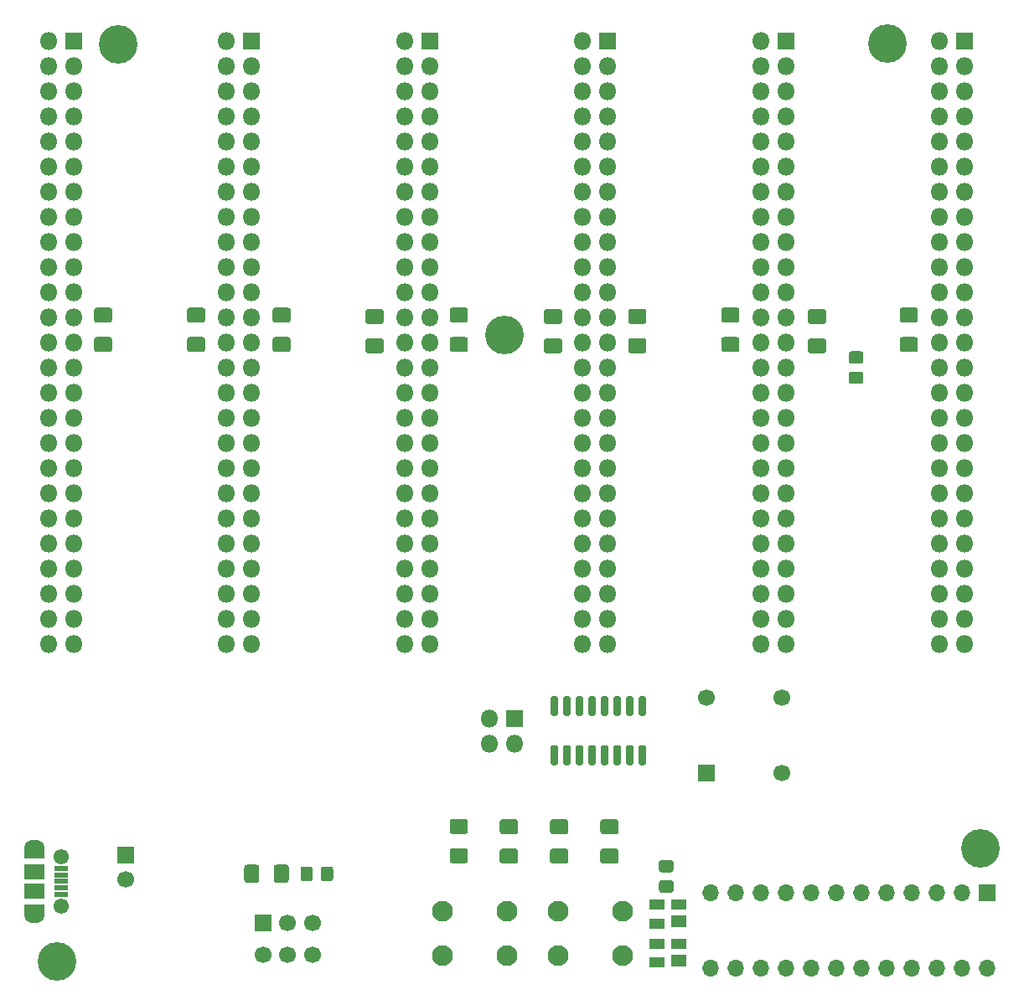
<source format=gbr>
G04 #@! TF.GenerationSoftware,KiCad,Pcbnew,(5.1.6-0-10_14)*
G04 #@! TF.CreationDate,2021-01-13T00:46:53+01:00*
G04 #@! TF.ProjectId,backplane,6261636b-706c-4616-9e65-2e6b69636164,rev?*
G04 #@! TF.SameCoordinates,Original*
G04 #@! TF.FileFunction,Soldermask,Top*
G04 #@! TF.FilePolarity,Negative*
%FSLAX46Y46*%
G04 Gerber Fmt 4.6, Leading zero omitted, Abs format (unit mm)*
G04 Created by KiCad (PCBNEW (5.1.6-0-10_14)) date 2021-01-13 00:46:53*
%MOMM*%
%LPD*%
G01*
G04 APERTURE LIST*
%ADD10O,1.800000X1.800000*%
%ADD11R,1.800000X1.800000*%
%ADD12C,1.700000*%
%ADD13R,1.700000X1.700000*%
%ADD14R,2.000000X1.300000*%
%ADD15O,2.000000X1.300000*%
%ADD16R,2.000000X1.600000*%
%ADD17C,1.550000*%
%ADD18R,1.450000X0.500000*%
%ADD19O,1.700000X1.700000*%
%ADD20C,3.900000*%
%ADD21C,2.100000*%
%ADD22R,1.500000X1.100000*%
%ADD23R,1.500000X1.300000*%
G04 APERTURE END LIST*
D10*
G04 #@! TO.C,J2*
X47434500Y-74485500D03*
X47434500Y-71945500D03*
X49974500Y-74485500D03*
D11*
X49974500Y-71945500D03*
G04 #@! TD*
G04 #@! TO.C,U1*
G36*
G01*
X54150000Y-71702000D02*
X53800000Y-71702000D01*
G75*
G02*
X53625000Y-71527000I0J175000D01*
G01*
X53625000Y-69827000D01*
G75*
G02*
X53800000Y-69652000I175000J0D01*
G01*
X54150000Y-69652000D01*
G75*
G02*
X54325000Y-69827000I0J-175000D01*
G01*
X54325000Y-71527000D01*
G75*
G02*
X54150000Y-71702000I-175000J0D01*
G01*
G37*
G36*
G01*
X55420000Y-71702000D02*
X55070000Y-71702000D01*
G75*
G02*
X54895000Y-71527000I0J175000D01*
G01*
X54895000Y-69827000D01*
G75*
G02*
X55070000Y-69652000I175000J0D01*
G01*
X55420000Y-69652000D01*
G75*
G02*
X55595000Y-69827000I0J-175000D01*
G01*
X55595000Y-71527000D01*
G75*
G02*
X55420000Y-71702000I-175000J0D01*
G01*
G37*
G36*
G01*
X56690000Y-71702000D02*
X56340000Y-71702000D01*
G75*
G02*
X56165000Y-71527000I0J175000D01*
G01*
X56165000Y-69827000D01*
G75*
G02*
X56340000Y-69652000I175000J0D01*
G01*
X56690000Y-69652000D01*
G75*
G02*
X56865000Y-69827000I0J-175000D01*
G01*
X56865000Y-71527000D01*
G75*
G02*
X56690000Y-71702000I-175000J0D01*
G01*
G37*
G36*
G01*
X57960000Y-71702000D02*
X57610000Y-71702000D01*
G75*
G02*
X57435000Y-71527000I0J175000D01*
G01*
X57435000Y-69827000D01*
G75*
G02*
X57610000Y-69652000I175000J0D01*
G01*
X57960000Y-69652000D01*
G75*
G02*
X58135000Y-69827000I0J-175000D01*
G01*
X58135000Y-71527000D01*
G75*
G02*
X57960000Y-71702000I-175000J0D01*
G01*
G37*
G36*
G01*
X59230000Y-71702000D02*
X58880000Y-71702000D01*
G75*
G02*
X58705000Y-71527000I0J175000D01*
G01*
X58705000Y-69827000D01*
G75*
G02*
X58880000Y-69652000I175000J0D01*
G01*
X59230000Y-69652000D01*
G75*
G02*
X59405000Y-69827000I0J-175000D01*
G01*
X59405000Y-71527000D01*
G75*
G02*
X59230000Y-71702000I-175000J0D01*
G01*
G37*
G36*
G01*
X60500000Y-71702000D02*
X60150000Y-71702000D01*
G75*
G02*
X59975000Y-71527000I0J175000D01*
G01*
X59975000Y-69827000D01*
G75*
G02*
X60150000Y-69652000I175000J0D01*
G01*
X60500000Y-69652000D01*
G75*
G02*
X60675000Y-69827000I0J-175000D01*
G01*
X60675000Y-71527000D01*
G75*
G02*
X60500000Y-71702000I-175000J0D01*
G01*
G37*
G36*
G01*
X61770000Y-71702000D02*
X61420000Y-71702000D01*
G75*
G02*
X61245000Y-71527000I0J175000D01*
G01*
X61245000Y-69827000D01*
G75*
G02*
X61420000Y-69652000I175000J0D01*
G01*
X61770000Y-69652000D01*
G75*
G02*
X61945000Y-69827000I0J-175000D01*
G01*
X61945000Y-71527000D01*
G75*
G02*
X61770000Y-71702000I-175000J0D01*
G01*
G37*
G36*
G01*
X63040000Y-71702000D02*
X62690000Y-71702000D01*
G75*
G02*
X62515000Y-71527000I0J175000D01*
G01*
X62515000Y-69827000D01*
G75*
G02*
X62690000Y-69652000I175000J0D01*
G01*
X63040000Y-69652000D01*
G75*
G02*
X63215000Y-69827000I0J-175000D01*
G01*
X63215000Y-71527000D01*
G75*
G02*
X63040000Y-71702000I-175000J0D01*
G01*
G37*
G36*
G01*
X63040000Y-76652000D02*
X62690000Y-76652000D01*
G75*
G02*
X62515000Y-76477000I0J175000D01*
G01*
X62515000Y-74777000D01*
G75*
G02*
X62690000Y-74602000I175000J0D01*
G01*
X63040000Y-74602000D01*
G75*
G02*
X63215000Y-74777000I0J-175000D01*
G01*
X63215000Y-76477000D01*
G75*
G02*
X63040000Y-76652000I-175000J0D01*
G01*
G37*
G36*
G01*
X61770000Y-76652000D02*
X61420000Y-76652000D01*
G75*
G02*
X61245000Y-76477000I0J175000D01*
G01*
X61245000Y-74777000D01*
G75*
G02*
X61420000Y-74602000I175000J0D01*
G01*
X61770000Y-74602000D01*
G75*
G02*
X61945000Y-74777000I0J-175000D01*
G01*
X61945000Y-76477000D01*
G75*
G02*
X61770000Y-76652000I-175000J0D01*
G01*
G37*
G36*
G01*
X60500000Y-76652000D02*
X60150000Y-76652000D01*
G75*
G02*
X59975000Y-76477000I0J175000D01*
G01*
X59975000Y-74777000D01*
G75*
G02*
X60150000Y-74602000I175000J0D01*
G01*
X60500000Y-74602000D01*
G75*
G02*
X60675000Y-74777000I0J-175000D01*
G01*
X60675000Y-76477000D01*
G75*
G02*
X60500000Y-76652000I-175000J0D01*
G01*
G37*
G36*
G01*
X59230000Y-76652000D02*
X58880000Y-76652000D01*
G75*
G02*
X58705000Y-76477000I0J175000D01*
G01*
X58705000Y-74777000D01*
G75*
G02*
X58880000Y-74602000I175000J0D01*
G01*
X59230000Y-74602000D01*
G75*
G02*
X59405000Y-74777000I0J-175000D01*
G01*
X59405000Y-76477000D01*
G75*
G02*
X59230000Y-76652000I-175000J0D01*
G01*
G37*
G36*
G01*
X57960000Y-76652000D02*
X57610000Y-76652000D01*
G75*
G02*
X57435000Y-76477000I0J175000D01*
G01*
X57435000Y-74777000D01*
G75*
G02*
X57610000Y-74602000I175000J0D01*
G01*
X57960000Y-74602000D01*
G75*
G02*
X58135000Y-74777000I0J-175000D01*
G01*
X58135000Y-76477000D01*
G75*
G02*
X57960000Y-76652000I-175000J0D01*
G01*
G37*
G36*
G01*
X56690000Y-76652000D02*
X56340000Y-76652000D01*
G75*
G02*
X56165000Y-76477000I0J175000D01*
G01*
X56165000Y-74777000D01*
G75*
G02*
X56340000Y-74602000I175000J0D01*
G01*
X56690000Y-74602000D01*
G75*
G02*
X56865000Y-74777000I0J-175000D01*
G01*
X56865000Y-76477000D01*
G75*
G02*
X56690000Y-76652000I-175000J0D01*
G01*
G37*
G36*
G01*
X55420000Y-76652000D02*
X55070000Y-76652000D01*
G75*
G02*
X54895000Y-76477000I0J175000D01*
G01*
X54895000Y-74777000D01*
G75*
G02*
X55070000Y-74602000I175000J0D01*
G01*
X55420000Y-74602000D01*
G75*
G02*
X55595000Y-74777000I0J-175000D01*
G01*
X55595000Y-76477000D01*
G75*
G02*
X55420000Y-76652000I-175000J0D01*
G01*
G37*
G36*
G01*
X54150000Y-76652000D02*
X53800000Y-76652000D01*
G75*
G02*
X53625000Y-76477000I0J175000D01*
G01*
X53625000Y-74777000D01*
G75*
G02*
X53800000Y-74602000I175000J0D01*
G01*
X54150000Y-74602000D01*
G75*
G02*
X54325000Y-74777000I0J-175000D01*
G01*
X54325000Y-76477000D01*
G75*
G02*
X54150000Y-76652000I-175000J0D01*
G01*
G37*
G04 #@! TD*
G04 #@! TO.C,R16*
G36*
G01*
X64799738Y-88284000D02*
X65756262Y-88284000D01*
G75*
G02*
X66028000Y-88555738I0J-271738D01*
G01*
X66028000Y-89262262D01*
G75*
G02*
X65756262Y-89534000I-271738J0D01*
G01*
X64799738Y-89534000D01*
G75*
G02*
X64528000Y-89262262I0J271738D01*
G01*
X64528000Y-88555738D01*
G75*
G02*
X64799738Y-88284000I271738J0D01*
G01*
G37*
G36*
G01*
X64799738Y-86234000D02*
X65756262Y-86234000D01*
G75*
G02*
X66028000Y-86505738I0J-271738D01*
G01*
X66028000Y-87212262D01*
G75*
G02*
X65756262Y-87484000I-271738J0D01*
G01*
X64799738Y-87484000D01*
G75*
G02*
X64528000Y-87212262I0J271738D01*
G01*
X64528000Y-86505738D01*
G75*
G02*
X64799738Y-86234000I271738J0D01*
G01*
G37*
G04 #@! TD*
G04 #@! TO.C,R15*
G36*
G01*
X83976738Y-36849000D02*
X84933262Y-36849000D01*
G75*
G02*
X85205000Y-37120738I0J-271738D01*
G01*
X85205000Y-37827262D01*
G75*
G02*
X84933262Y-38099000I-271738J0D01*
G01*
X83976738Y-38099000D01*
G75*
G02*
X83705000Y-37827262I0J271738D01*
G01*
X83705000Y-37120738D01*
G75*
G02*
X83976738Y-36849000I271738J0D01*
G01*
G37*
G36*
G01*
X83976738Y-34799000D02*
X84933262Y-34799000D01*
G75*
G02*
X85205000Y-35070738I0J-271738D01*
G01*
X85205000Y-35777262D01*
G75*
G02*
X84933262Y-36049000I-271738J0D01*
G01*
X83976738Y-36049000D01*
G75*
G02*
X83705000Y-35777262I0J271738D01*
G01*
X83705000Y-35070738D01*
G75*
G02*
X83976738Y-34799000I271738J0D01*
G01*
G37*
G04 #@! TD*
D12*
G04 #@! TO.C,X1*
X76962000Y-77470000D03*
X76962000Y-69850000D03*
X69342000Y-69850000D03*
D13*
X69342000Y-77470000D03*
G04 #@! TD*
D14*
G04 #@! TO.C,J1*
X1429500Y-85492000D03*
X1429500Y-91292000D03*
D15*
X1429500Y-91892000D03*
X1429500Y-84892000D03*
D16*
X1429500Y-87392000D03*
D17*
X4129500Y-90892000D03*
D18*
X4129500Y-88392000D03*
X4129500Y-89042000D03*
X4129500Y-89692000D03*
X4129500Y-87092000D03*
X4129500Y-87742000D03*
D17*
X4129500Y-85892000D03*
D16*
X1429500Y-89392000D03*
G04 #@! TD*
G04 #@! TO.C,C3*
G36*
G01*
X79860544Y-33491000D02*
X81175456Y-33491000D01*
G75*
G02*
X81443000Y-33758544I0J-267544D01*
G01*
X81443000Y-34748456D01*
G75*
G02*
X81175456Y-35016000I-267544J0D01*
G01*
X79860544Y-35016000D01*
G75*
G02*
X79593000Y-34748456I0J267544D01*
G01*
X79593000Y-33758544D01*
G75*
G02*
X79860544Y-33491000I267544J0D01*
G01*
G37*
G36*
G01*
X79860544Y-30516000D02*
X81175456Y-30516000D01*
G75*
G02*
X81443000Y-30783544I0J-267544D01*
G01*
X81443000Y-31773456D01*
G75*
G02*
X81175456Y-32041000I-267544J0D01*
G01*
X79860544Y-32041000D01*
G75*
G02*
X79593000Y-31773456I0J267544D01*
G01*
X79593000Y-30783544D01*
G75*
G02*
X79860544Y-30516000I267544J0D01*
G01*
G37*
G04 #@! TD*
D19*
G04 #@! TO.C,U4*
X97663000Y-97155000D03*
X69723000Y-89535000D03*
X95123000Y-97155000D03*
X72263000Y-89535000D03*
X92583000Y-97155000D03*
X74803000Y-89535000D03*
X90043000Y-97155000D03*
X77343000Y-89535000D03*
X87503000Y-97155000D03*
X79883000Y-89535000D03*
X84963000Y-97155000D03*
X82423000Y-89535000D03*
X82423000Y-97155000D03*
X84963000Y-89535000D03*
X79883000Y-97155000D03*
X87503000Y-89535000D03*
X77343000Y-97155000D03*
X90043000Y-89535000D03*
X74803000Y-97155000D03*
X92583000Y-89535000D03*
X72263000Y-97155000D03*
X95123000Y-89535000D03*
X69723000Y-97155000D03*
D13*
X97663000Y-89535000D03*
G04 #@! TD*
G04 #@! TO.C,LED4*
G36*
G01*
X60195056Y-83628400D02*
X58880144Y-83628400D01*
G75*
G02*
X58612600Y-83360856I0J267544D01*
G01*
X58612600Y-82370944D01*
G75*
G02*
X58880144Y-82103400I267544J0D01*
G01*
X60195056Y-82103400D01*
G75*
G02*
X60462600Y-82370944I0J-267544D01*
G01*
X60462600Y-83360856D01*
G75*
G02*
X60195056Y-83628400I-267544J0D01*
G01*
G37*
G36*
G01*
X60195056Y-86603400D02*
X58880144Y-86603400D01*
G75*
G02*
X58612600Y-86335856I0J267544D01*
G01*
X58612600Y-85345944D01*
G75*
G02*
X58880144Y-85078400I267544J0D01*
G01*
X60195056Y-85078400D01*
G75*
G02*
X60462600Y-85345944I0J-267544D01*
G01*
X60462600Y-86335856D01*
G75*
G02*
X60195056Y-86603400I-267544J0D01*
G01*
G37*
G04 #@! TD*
G04 #@! TO.C,LED3*
G36*
G01*
X55115056Y-83628400D02*
X53800144Y-83628400D01*
G75*
G02*
X53532600Y-83360856I0J267544D01*
G01*
X53532600Y-82370944D01*
G75*
G02*
X53800144Y-82103400I267544J0D01*
G01*
X55115056Y-82103400D01*
G75*
G02*
X55382600Y-82370944I0J-267544D01*
G01*
X55382600Y-83360856D01*
G75*
G02*
X55115056Y-83628400I-267544J0D01*
G01*
G37*
G36*
G01*
X55115056Y-86603400D02*
X53800144Y-86603400D01*
G75*
G02*
X53532600Y-86335856I0J267544D01*
G01*
X53532600Y-85345944D01*
G75*
G02*
X53800144Y-85078400I267544J0D01*
G01*
X55115056Y-85078400D01*
G75*
G02*
X55382600Y-85345944I0J-267544D01*
G01*
X55382600Y-86335856D01*
G75*
G02*
X55115056Y-86603400I-267544J0D01*
G01*
G37*
G04 #@! TD*
G04 #@! TO.C,LED2*
G36*
G01*
X50035056Y-83628400D02*
X48720144Y-83628400D01*
G75*
G02*
X48452600Y-83360856I0J267544D01*
G01*
X48452600Y-82370944D01*
G75*
G02*
X48720144Y-82103400I267544J0D01*
G01*
X50035056Y-82103400D01*
G75*
G02*
X50302600Y-82370944I0J-267544D01*
G01*
X50302600Y-83360856D01*
G75*
G02*
X50035056Y-83628400I-267544J0D01*
G01*
G37*
G36*
G01*
X50035056Y-86603400D02*
X48720144Y-86603400D01*
G75*
G02*
X48452600Y-86335856I0J267544D01*
G01*
X48452600Y-85345944D01*
G75*
G02*
X48720144Y-85078400I267544J0D01*
G01*
X50035056Y-85078400D01*
G75*
G02*
X50302600Y-85345944I0J-267544D01*
G01*
X50302600Y-86335856D01*
G75*
G02*
X50035056Y-86603400I-267544J0D01*
G01*
G37*
G04 #@! TD*
G04 #@! TO.C,LED1*
G36*
G01*
X44980456Y-83603000D02*
X43665544Y-83603000D01*
G75*
G02*
X43398000Y-83335456I0J267544D01*
G01*
X43398000Y-82345544D01*
G75*
G02*
X43665544Y-82078000I267544J0D01*
G01*
X44980456Y-82078000D01*
G75*
G02*
X45248000Y-82345544I0J-267544D01*
G01*
X45248000Y-83335456D01*
G75*
G02*
X44980456Y-83603000I-267544J0D01*
G01*
G37*
G36*
G01*
X44980456Y-86578000D02*
X43665544Y-86578000D01*
G75*
G02*
X43398000Y-86310456I0J267544D01*
G01*
X43398000Y-85320544D01*
G75*
G02*
X43665544Y-85053000I267544J0D01*
G01*
X44980456Y-85053000D01*
G75*
G02*
X45248000Y-85320544I0J-267544D01*
G01*
X45248000Y-86310456D01*
G75*
G02*
X44980456Y-86578000I-267544J0D01*
G01*
G37*
G04 #@! TD*
D20*
G04 #@! TO.C,REF\u002A\u002A*
X48895000Y-33147000D03*
G04 #@! TD*
G04 #@! TO.C,REF\u002A\u002A*
X3683000Y-96520000D03*
G04 #@! TD*
G04 #@! TO.C,REF\u002A\u002A*
X9906000Y-3810000D03*
G04 #@! TD*
G04 #@! TO.C,REF\u002A\u002A*
X87630000Y-3683000D03*
G04 #@! TD*
G04 #@! TO.C,REF\u002A\u002A*
X97028000Y-85090000D03*
G04 #@! TD*
G04 #@! TO.C,R9*
G36*
G01*
X30372000Y-88108262D02*
X30372000Y-87151738D01*
G75*
G02*
X30643738Y-86880000I271738J0D01*
G01*
X31350262Y-86880000D01*
G75*
G02*
X31622000Y-87151738I0J-271738D01*
G01*
X31622000Y-88108262D01*
G75*
G02*
X31350262Y-88380000I-271738J0D01*
G01*
X30643738Y-88380000D01*
G75*
G02*
X30372000Y-88108262I0J271738D01*
G01*
G37*
G36*
G01*
X28322000Y-88108262D02*
X28322000Y-87151738D01*
G75*
G02*
X28593738Y-86880000I271738J0D01*
G01*
X29300262Y-86880000D01*
G75*
G02*
X29572000Y-87151738I0J-271738D01*
G01*
X29572000Y-88108262D01*
G75*
G02*
X29300262Y-88380000I-271738J0D01*
G01*
X28593738Y-88380000D01*
G75*
G02*
X28322000Y-88108262I0J271738D01*
G01*
G37*
G04 #@! TD*
G04 #@! TO.C,D1*
G36*
G01*
X24167000Y-86972544D02*
X24167000Y-88287456D01*
G75*
G02*
X23899456Y-88555000I-267544J0D01*
G01*
X22909544Y-88555000D01*
G75*
G02*
X22642000Y-88287456I0J267544D01*
G01*
X22642000Y-86972544D01*
G75*
G02*
X22909544Y-86705000I267544J0D01*
G01*
X23899456Y-86705000D01*
G75*
G02*
X24167000Y-86972544I0J-267544D01*
G01*
G37*
G36*
G01*
X27142000Y-86972544D02*
X27142000Y-88287456D01*
G75*
G02*
X26874456Y-88555000I-267544J0D01*
G01*
X25884544Y-88555000D01*
G75*
G02*
X25617000Y-88287456I0J267544D01*
G01*
X25617000Y-86972544D01*
G75*
G02*
X25884544Y-86705000I267544J0D01*
G01*
X26874456Y-86705000D01*
G75*
G02*
X27142000Y-86972544I0J-267544D01*
G01*
G37*
G04 #@! TD*
D21*
G04 #@! TO.C,RESET1*
X54333000Y-95885000D03*
X54333000Y-91385000D03*
X60833000Y-95885000D03*
X60833000Y-91385000D03*
G04 #@! TD*
G04 #@! TO.C,NMI1*
X42649000Y-95885000D03*
X42649000Y-91385000D03*
X49149000Y-95885000D03*
X49149000Y-91385000D03*
G04 #@! TD*
D22*
G04 #@! TO.C,U3*
X64305000Y-96581000D03*
X64305000Y-94681000D03*
X66505000Y-94681000D03*
D23*
X66505000Y-96401000D03*
G04 #@! TD*
D22*
G04 #@! TO.C,U2*
X64305000Y-92644000D03*
X64305000Y-90744000D03*
X66505000Y-90744000D03*
D23*
X66505000Y-92464000D03*
G04 #@! TD*
D12*
G04 #@! TO.C,C13*
X10668000Y-88225000D03*
D13*
X10668000Y-85725000D03*
G04 #@! TD*
D12*
G04 #@! TO.C,SW1*
X29511000Y-95783000D03*
X27011000Y-95783000D03*
X24511000Y-95783000D03*
X29511000Y-92583000D03*
X27011000Y-92583000D03*
D13*
X24511000Y-92583000D03*
G04 #@! TD*
G04 #@! TO.C,C11*
G36*
G01*
X72412456Y-31914000D02*
X71097544Y-31914000D01*
G75*
G02*
X70830000Y-31646456I0J267544D01*
G01*
X70830000Y-30656544D01*
G75*
G02*
X71097544Y-30389000I267544J0D01*
G01*
X72412456Y-30389000D01*
G75*
G02*
X72680000Y-30656544I0J-267544D01*
G01*
X72680000Y-31646456D01*
G75*
G02*
X72412456Y-31914000I-267544J0D01*
G01*
G37*
G36*
G01*
X72412456Y-34889000D02*
X71097544Y-34889000D01*
G75*
G02*
X70830000Y-34621456I0J267544D01*
G01*
X70830000Y-33631544D01*
G75*
G02*
X71097544Y-33364000I267544J0D01*
G01*
X72412456Y-33364000D01*
G75*
G02*
X72680000Y-33631544I0J-267544D01*
G01*
X72680000Y-34621456D01*
G75*
G02*
X72412456Y-34889000I-267544J0D01*
G01*
G37*
G04 #@! TD*
G04 #@! TO.C,C10*
G36*
G01*
X27073456Y-31914000D02*
X25758544Y-31914000D01*
G75*
G02*
X25491000Y-31646456I0J267544D01*
G01*
X25491000Y-30656544D01*
G75*
G02*
X25758544Y-30389000I267544J0D01*
G01*
X27073456Y-30389000D01*
G75*
G02*
X27341000Y-30656544I0J-267544D01*
G01*
X27341000Y-31646456D01*
G75*
G02*
X27073456Y-31914000I-267544J0D01*
G01*
G37*
G36*
G01*
X27073456Y-34889000D02*
X25758544Y-34889000D01*
G75*
G02*
X25491000Y-34621456I0J267544D01*
G01*
X25491000Y-33631544D01*
G75*
G02*
X25758544Y-33364000I267544J0D01*
G01*
X27073456Y-33364000D01*
G75*
G02*
X27341000Y-33631544I0J-267544D01*
G01*
X27341000Y-34621456D01*
G75*
G02*
X27073456Y-34889000I-267544J0D01*
G01*
G37*
G04 #@! TD*
G04 #@! TO.C,C9*
G36*
G01*
X61699544Y-33491000D02*
X63014456Y-33491000D01*
G75*
G02*
X63282000Y-33758544I0J-267544D01*
G01*
X63282000Y-34748456D01*
G75*
G02*
X63014456Y-35016000I-267544J0D01*
G01*
X61699544Y-35016000D01*
G75*
G02*
X61432000Y-34748456I0J267544D01*
G01*
X61432000Y-33758544D01*
G75*
G02*
X61699544Y-33491000I267544J0D01*
G01*
G37*
G36*
G01*
X61699544Y-30516000D02*
X63014456Y-30516000D01*
G75*
G02*
X63282000Y-30783544I0J-267544D01*
G01*
X63282000Y-31773456D01*
G75*
G02*
X63014456Y-32041000I-267544J0D01*
G01*
X61699544Y-32041000D01*
G75*
G02*
X61432000Y-31773456I0J267544D01*
G01*
X61432000Y-30783544D01*
G75*
G02*
X61699544Y-30516000I267544J0D01*
G01*
G37*
G04 #@! TD*
G04 #@! TO.C,C8*
G36*
G01*
X17122544Y-33364000D02*
X18437456Y-33364000D01*
G75*
G02*
X18705000Y-33631544I0J-267544D01*
G01*
X18705000Y-34621456D01*
G75*
G02*
X18437456Y-34889000I-267544J0D01*
G01*
X17122544Y-34889000D01*
G75*
G02*
X16855000Y-34621456I0J267544D01*
G01*
X16855000Y-33631544D01*
G75*
G02*
X17122544Y-33364000I267544J0D01*
G01*
G37*
G36*
G01*
X17122544Y-30389000D02*
X18437456Y-30389000D01*
G75*
G02*
X18705000Y-30656544I0J-267544D01*
G01*
X18705000Y-31646456D01*
G75*
G02*
X18437456Y-31914000I-267544J0D01*
G01*
X17122544Y-31914000D01*
G75*
G02*
X16855000Y-31646456I0J267544D01*
G01*
X16855000Y-30656544D01*
G75*
G02*
X17122544Y-30389000I267544J0D01*
G01*
G37*
G04 #@! TD*
G04 #@! TO.C,C7*
G36*
G01*
X9039456Y-31914000D02*
X7724544Y-31914000D01*
G75*
G02*
X7457000Y-31646456I0J267544D01*
G01*
X7457000Y-30656544D01*
G75*
G02*
X7724544Y-30389000I267544J0D01*
G01*
X9039456Y-30389000D01*
G75*
G02*
X9307000Y-30656544I0J-267544D01*
G01*
X9307000Y-31646456D01*
G75*
G02*
X9039456Y-31914000I-267544J0D01*
G01*
G37*
G36*
G01*
X9039456Y-34889000D02*
X7724544Y-34889000D01*
G75*
G02*
X7457000Y-34621456I0J267544D01*
G01*
X7457000Y-33631544D01*
G75*
G02*
X7724544Y-33364000I267544J0D01*
G01*
X9039456Y-33364000D01*
G75*
G02*
X9307000Y-33631544I0J-267544D01*
G01*
X9307000Y-34621456D01*
G75*
G02*
X9039456Y-34889000I-267544J0D01*
G01*
G37*
G04 #@! TD*
G04 #@! TO.C,C6*
G36*
G01*
X36471456Y-32041000D02*
X35156544Y-32041000D01*
G75*
G02*
X34889000Y-31773456I0J267544D01*
G01*
X34889000Y-30783544D01*
G75*
G02*
X35156544Y-30516000I267544J0D01*
G01*
X36471456Y-30516000D01*
G75*
G02*
X36739000Y-30783544I0J-267544D01*
G01*
X36739000Y-31773456D01*
G75*
G02*
X36471456Y-32041000I-267544J0D01*
G01*
G37*
G36*
G01*
X36471456Y-35016000D02*
X35156544Y-35016000D01*
G75*
G02*
X34889000Y-34748456I0J267544D01*
G01*
X34889000Y-33758544D01*
G75*
G02*
X35156544Y-33491000I267544J0D01*
G01*
X36471456Y-33491000D01*
G75*
G02*
X36739000Y-33758544I0J-267544D01*
G01*
X36739000Y-34748456D01*
G75*
G02*
X36471456Y-35016000I-267544J0D01*
G01*
G37*
G04 #@! TD*
G04 #@! TO.C,C14*
G36*
G01*
X53190544Y-33491000D02*
X54505456Y-33491000D01*
G75*
G02*
X54773000Y-33758544I0J-267544D01*
G01*
X54773000Y-34748456D01*
G75*
G02*
X54505456Y-35016000I-267544J0D01*
G01*
X53190544Y-35016000D01*
G75*
G02*
X52923000Y-34748456I0J267544D01*
G01*
X52923000Y-33758544D01*
G75*
G02*
X53190544Y-33491000I267544J0D01*
G01*
G37*
G36*
G01*
X53190544Y-30516000D02*
X54505456Y-30516000D01*
G75*
G02*
X54773000Y-30783544I0J-267544D01*
G01*
X54773000Y-31773456D01*
G75*
G02*
X54505456Y-32041000I-267544J0D01*
G01*
X53190544Y-32041000D01*
G75*
G02*
X52923000Y-31773456I0J267544D01*
G01*
X52923000Y-30783544D01*
G75*
G02*
X53190544Y-30516000I267544J0D01*
G01*
G37*
G04 #@! TD*
G04 #@! TO.C,C13*
G36*
G01*
X43665544Y-33364000D02*
X44980456Y-33364000D01*
G75*
G02*
X45248000Y-33631544I0J-267544D01*
G01*
X45248000Y-34621456D01*
G75*
G02*
X44980456Y-34889000I-267544J0D01*
G01*
X43665544Y-34889000D01*
G75*
G02*
X43398000Y-34621456I0J267544D01*
G01*
X43398000Y-33631544D01*
G75*
G02*
X43665544Y-33364000I267544J0D01*
G01*
G37*
G36*
G01*
X43665544Y-30389000D02*
X44980456Y-30389000D01*
G75*
G02*
X45248000Y-30656544I0J-267544D01*
G01*
X45248000Y-31646456D01*
G75*
G02*
X44980456Y-31914000I-267544J0D01*
G01*
X43665544Y-31914000D01*
G75*
G02*
X43398000Y-31646456I0J267544D01*
G01*
X43398000Y-30656544D01*
G75*
G02*
X43665544Y-30389000I267544J0D01*
G01*
G37*
G04 #@! TD*
D10*
G04 #@! TO.C,SLOT5*
X2837000Y-64389000D03*
X5377000Y-64389000D03*
X2837000Y-61849000D03*
X5377000Y-61849000D03*
X2837000Y-59309000D03*
X5377000Y-59309000D03*
X2837000Y-56769000D03*
X5377000Y-56769000D03*
X2837000Y-54229000D03*
X5377000Y-54229000D03*
X2837000Y-51689000D03*
X5377000Y-51689000D03*
X2837000Y-49149000D03*
X5377000Y-49149000D03*
X2837000Y-46609000D03*
X5377000Y-46609000D03*
X2837000Y-44069000D03*
X5377000Y-44069000D03*
X2837000Y-41529000D03*
X5377000Y-41529000D03*
X2837000Y-38989000D03*
X5377000Y-38989000D03*
X2837000Y-36449000D03*
X5377000Y-36449000D03*
X2837000Y-33909000D03*
X5377000Y-33909000D03*
X2837000Y-31369000D03*
X5377000Y-31369000D03*
X2837000Y-28829000D03*
X5377000Y-28829000D03*
X2837000Y-26289000D03*
X5377000Y-26289000D03*
X2837000Y-23749000D03*
X5377000Y-23749000D03*
X2837000Y-21209000D03*
X5377000Y-21209000D03*
X2837000Y-18669000D03*
X5377000Y-18669000D03*
X2837000Y-16129000D03*
X5377000Y-16129000D03*
X2837000Y-13589000D03*
X5377000Y-13589000D03*
X2837000Y-11049000D03*
X5377000Y-11049000D03*
X2837000Y-8509000D03*
X5377000Y-8509000D03*
X2837000Y-5969000D03*
X5377000Y-5969000D03*
X2837000Y-3429000D03*
D11*
X5377000Y-3429000D03*
G04 #@! TD*
D10*
G04 #@! TO.C,SLOT4*
X20837000Y-64389000D03*
X23377000Y-64389000D03*
X20837000Y-61849000D03*
X23377000Y-61849000D03*
X20837000Y-59309000D03*
X23377000Y-59309000D03*
X20837000Y-56769000D03*
X23377000Y-56769000D03*
X20837000Y-54229000D03*
X23377000Y-54229000D03*
X20837000Y-51689000D03*
X23377000Y-51689000D03*
X20837000Y-49149000D03*
X23377000Y-49149000D03*
X20837000Y-46609000D03*
X23377000Y-46609000D03*
X20837000Y-44069000D03*
X23377000Y-44069000D03*
X20837000Y-41529000D03*
X23377000Y-41529000D03*
X20837000Y-38989000D03*
X23377000Y-38989000D03*
X20837000Y-36449000D03*
X23377000Y-36449000D03*
X20837000Y-33909000D03*
X23377000Y-33909000D03*
X20837000Y-31369000D03*
X23377000Y-31369000D03*
X20837000Y-28829000D03*
X23377000Y-28829000D03*
X20837000Y-26289000D03*
X23377000Y-26289000D03*
X20837000Y-23749000D03*
X23377000Y-23749000D03*
X20837000Y-21209000D03*
X23377000Y-21209000D03*
X20837000Y-18669000D03*
X23377000Y-18669000D03*
X20837000Y-16129000D03*
X23377000Y-16129000D03*
X20837000Y-13589000D03*
X23377000Y-13589000D03*
X20837000Y-11049000D03*
X23377000Y-11049000D03*
X20837000Y-8509000D03*
X23377000Y-8509000D03*
X20837000Y-5969000D03*
X23377000Y-5969000D03*
X20837000Y-3429000D03*
D11*
X23377000Y-3429000D03*
G04 #@! TD*
D10*
G04 #@! TO.C,SLOT3*
X38837000Y-64389000D03*
X41377000Y-64389000D03*
X38837000Y-61849000D03*
X41377000Y-61849000D03*
X38837000Y-59309000D03*
X41377000Y-59309000D03*
X38837000Y-56769000D03*
X41377000Y-56769000D03*
X38837000Y-54229000D03*
X41377000Y-54229000D03*
X38837000Y-51689000D03*
X41377000Y-51689000D03*
X38837000Y-49149000D03*
X41377000Y-49149000D03*
X38837000Y-46609000D03*
X41377000Y-46609000D03*
X38837000Y-44069000D03*
X41377000Y-44069000D03*
X38837000Y-41529000D03*
X41377000Y-41529000D03*
X38837000Y-38989000D03*
X41377000Y-38989000D03*
X38837000Y-36449000D03*
X41377000Y-36449000D03*
X38837000Y-33909000D03*
X41377000Y-33909000D03*
X38837000Y-31369000D03*
X41377000Y-31369000D03*
X38837000Y-28829000D03*
X41377000Y-28829000D03*
X38837000Y-26289000D03*
X41377000Y-26289000D03*
X38837000Y-23749000D03*
X41377000Y-23749000D03*
X38837000Y-21209000D03*
X41377000Y-21209000D03*
X38837000Y-18669000D03*
X41377000Y-18669000D03*
X38837000Y-16129000D03*
X41377000Y-16129000D03*
X38837000Y-13589000D03*
X41377000Y-13589000D03*
X38837000Y-11049000D03*
X41377000Y-11049000D03*
X38837000Y-8509000D03*
X41377000Y-8509000D03*
X38837000Y-5969000D03*
X41377000Y-5969000D03*
X38837000Y-3429000D03*
D11*
X41377000Y-3429000D03*
G04 #@! TD*
D10*
G04 #@! TO.C,SLOT2*
X56837000Y-64389000D03*
X59377000Y-64389000D03*
X56837000Y-61849000D03*
X59377000Y-61849000D03*
X56837000Y-59309000D03*
X59377000Y-59309000D03*
X56837000Y-56769000D03*
X59377000Y-56769000D03*
X56837000Y-54229000D03*
X59377000Y-54229000D03*
X56837000Y-51689000D03*
X59377000Y-51689000D03*
X56837000Y-49149000D03*
X59377000Y-49149000D03*
X56837000Y-46609000D03*
X59377000Y-46609000D03*
X56837000Y-44069000D03*
X59377000Y-44069000D03*
X56837000Y-41529000D03*
X59377000Y-41529000D03*
X56837000Y-38989000D03*
X59377000Y-38989000D03*
X56837000Y-36449000D03*
X59377000Y-36449000D03*
X56837000Y-33909000D03*
X59377000Y-33909000D03*
X56837000Y-31369000D03*
X59377000Y-31369000D03*
X56837000Y-28829000D03*
X59377000Y-28829000D03*
X56837000Y-26289000D03*
X59377000Y-26289000D03*
X56837000Y-23749000D03*
X59377000Y-23749000D03*
X56837000Y-21209000D03*
X59377000Y-21209000D03*
X56837000Y-18669000D03*
X59377000Y-18669000D03*
X56837000Y-16129000D03*
X59377000Y-16129000D03*
X56837000Y-13589000D03*
X59377000Y-13589000D03*
X56837000Y-11049000D03*
X59377000Y-11049000D03*
X56837000Y-8509000D03*
X59377000Y-8509000D03*
X56837000Y-5969000D03*
X59377000Y-5969000D03*
X56837000Y-3429000D03*
D11*
X59377000Y-3429000D03*
G04 #@! TD*
D10*
G04 #@! TO.C,SLOT1*
X74837000Y-64389000D03*
X77377000Y-64389000D03*
X74837000Y-61849000D03*
X77377000Y-61849000D03*
X74837000Y-59309000D03*
X77377000Y-59309000D03*
X74837000Y-56769000D03*
X77377000Y-56769000D03*
X74837000Y-54229000D03*
X77377000Y-54229000D03*
X74837000Y-51689000D03*
X77377000Y-51689000D03*
X74837000Y-49149000D03*
X77377000Y-49149000D03*
X74837000Y-46609000D03*
X77377000Y-46609000D03*
X74837000Y-44069000D03*
X77377000Y-44069000D03*
X74837000Y-41529000D03*
X77377000Y-41529000D03*
X74837000Y-38989000D03*
X77377000Y-38989000D03*
X74837000Y-36449000D03*
X77377000Y-36449000D03*
X74837000Y-33909000D03*
X77377000Y-33909000D03*
X74837000Y-31369000D03*
X77377000Y-31369000D03*
X74837000Y-28829000D03*
X77377000Y-28829000D03*
X74837000Y-26289000D03*
X77377000Y-26289000D03*
X74837000Y-23749000D03*
X77377000Y-23749000D03*
X74837000Y-21209000D03*
X77377000Y-21209000D03*
X74837000Y-18669000D03*
X77377000Y-18669000D03*
X74837000Y-16129000D03*
X77377000Y-16129000D03*
X74837000Y-13589000D03*
X77377000Y-13589000D03*
X74837000Y-11049000D03*
X77377000Y-11049000D03*
X74837000Y-8509000D03*
X77377000Y-8509000D03*
X74837000Y-5969000D03*
X77377000Y-5969000D03*
X74837000Y-3429000D03*
D11*
X77377000Y-3429000D03*
G04 #@! TD*
G04 #@! TO.C,C1*
G36*
G01*
X90446456Y-31914000D02*
X89131544Y-31914000D01*
G75*
G02*
X88864000Y-31646456I0J267544D01*
G01*
X88864000Y-30656544D01*
G75*
G02*
X89131544Y-30389000I267544J0D01*
G01*
X90446456Y-30389000D01*
G75*
G02*
X90714000Y-30656544I0J-267544D01*
G01*
X90714000Y-31646456D01*
G75*
G02*
X90446456Y-31914000I-267544J0D01*
G01*
G37*
G36*
G01*
X90446456Y-34889000D02*
X89131544Y-34889000D01*
G75*
G02*
X88864000Y-34621456I0J267544D01*
G01*
X88864000Y-33631544D01*
G75*
G02*
X89131544Y-33364000I267544J0D01*
G01*
X90446456Y-33364000D01*
G75*
G02*
X90714000Y-33631544I0J-267544D01*
G01*
X90714000Y-34621456D01*
G75*
G02*
X90446456Y-34889000I-267544J0D01*
G01*
G37*
G04 #@! TD*
D10*
G04 #@! TO.C,SLOT0*
X92837000Y-64389000D03*
X95377000Y-64389000D03*
X92837000Y-61849000D03*
X95377000Y-61849000D03*
X92837000Y-59309000D03*
X95377000Y-59309000D03*
X92837000Y-56769000D03*
X95377000Y-56769000D03*
X92837000Y-54229000D03*
X95377000Y-54229000D03*
X92837000Y-51689000D03*
X95377000Y-51689000D03*
X92837000Y-49149000D03*
X95377000Y-49149000D03*
X92837000Y-46609000D03*
X95377000Y-46609000D03*
X92837000Y-44069000D03*
X95377000Y-44069000D03*
X92837000Y-41529000D03*
X95377000Y-41529000D03*
X92837000Y-38989000D03*
X95377000Y-38989000D03*
X92837000Y-36449000D03*
X95377000Y-36449000D03*
X92837000Y-33909000D03*
X95377000Y-33909000D03*
X92837000Y-31369000D03*
X95377000Y-31369000D03*
X92837000Y-28829000D03*
X95377000Y-28829000D03*
X92837000Y-26289000D03*
X95377000Y-26289000D03*
X92837000Y-23749000D03*
X95377000Y-23749000D03*
X92837000Y-21209000D03*
X95377000Y-21209000D03*
X92837000Y-18669000D03*
X95377000Y-18669000D03*
X92837000Y-16129000D03*
X95377000Y-16129000D03*
X92837000Y-13589000D03*
X95377000Y-13589000D03*
X92837000Y-11049000D03*
X95377000Y-11049000D03*
X92837000Y-8509000D03*
X95377000Y-8509000D03*
X92837000Y-5969000D03*
X95377000Y-5969000D03*
X92837000Y-3429000D03*
D11*
X95377000Y-3429000D03*
G04 #@! TD*
M02*

</source>
